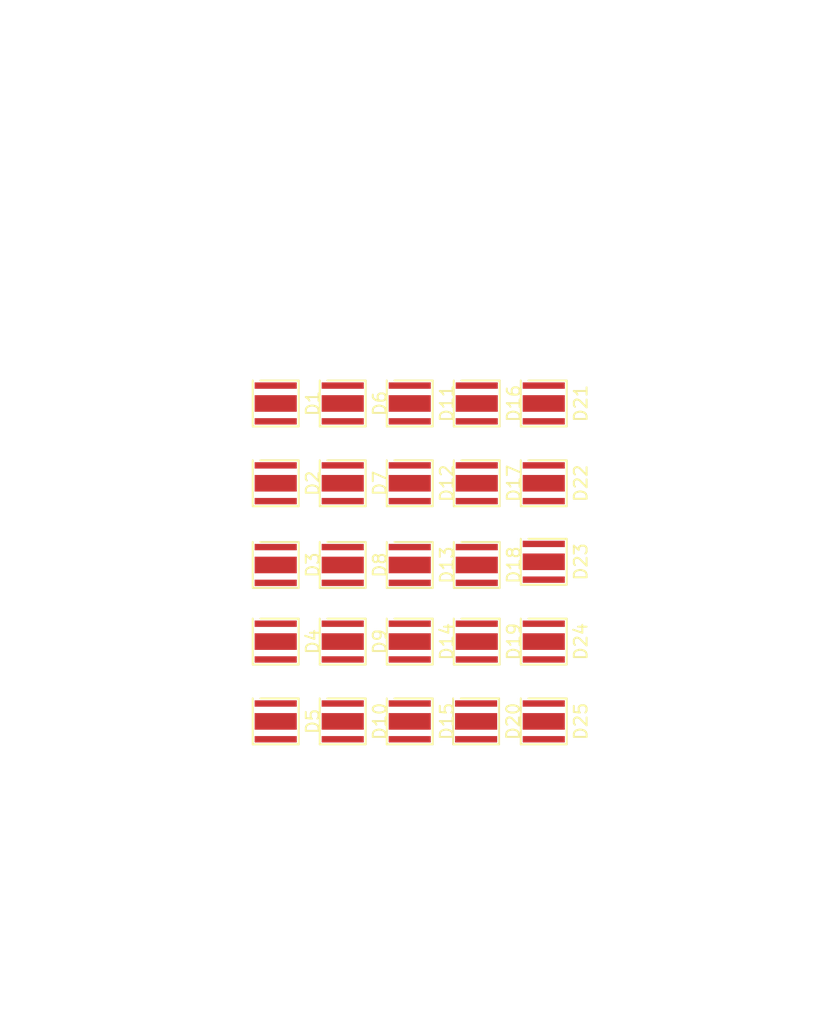
<source format=kicad_pcb>
(kicad_pcb (version 4) (host pcbnew 4.0.2+dfsg1-stable)

  (general
    (links 24)
    (no_connects 24)
    (area 0 0 0 0)
    (thickness 1.6)
    (drawings 4)
    (tracks 0)
    (zones 0)
    (modules 25)
    (nets 27)
  )

  (page A4)
  (layers
    (0 F.Cu signal)
    (31 B.Cu signal)
    (32 B.Adhes user)
    (33 F.Adhes user)
    (34 B.Paste user)
    (35 F.Paste user)
    (36 B.SilkS user)
    (37 F.SilkS user)
    (38 B.Mask user)
    (39 F.Mask user)
    (40 Dwgs.User user)
    (41 Cmts.User user)
    (42 Eco1.User user)
    (43 Eco2.User user)
    (44 Edge.Cuts user)
    (45 Margin user)
    (46 B.CrtYd user)
    (47 F.CrtYd user)
    (48 B.Fab user)
    (49 F.Fab user)
  )

  (setup
    (last_trace_width 1)
    (user_trace_width 0.5)
    (user_trace_width 1)
    (trace_clearance 0.2)
    (zone_clearance 0.508)
    (zone_45_only no)
    (trace_min 0.2)
    (segment_width 0.2)
    (edge_width 0.15)
    (via_size 0.6)
    (via_drill 0.4)
    (via_min_size 0.4)
    (via_min_drill 0.3)
    (uvia_size 0.3)
    (uvia_drill 0.1)
    (uvias_allowed no)
    (uvia_min_size 0.2)
    (uvia_min_drill 0.1)
    (pcb_text_width 0.3)
    (pcb_text_size 1.5 1.5)
    (mod_edge_width 0.15)
    (mod_text_size 1 1)
    (mod_text_width 0.15)
    (pad_size 1.524 1.524)
    (pad_drill 0.762)
    (pad_to_mask_clearance 0.2)
    (aux_axis_origin 0 0)
    (visible_elements FFFFFF7F)
    (pcbplotparams
      (layerselection 0x00030_80000001)
      (usegerberextensions false)
      (excludeedgelayer true)
      (linewidth 0.100000)
      (plotframeref false)
      (viasonmask false)
      (mode 1)
      (useauxorigin false)
      (hpglpennumber 1)
      (hpglpenspeed 20)
      (hpglpendiameter 15)
      (hpglpenoverlay 2)
      (psnegative false)
      (psa4output false)
      (plotreference true)
      (plotvalue true)
      (plotinvisibletext false)
      (padsonsilk false)
      (subtractmaskfromsilk false)
      (outputformat 1)
      (mirror false)
      (drillshape 1)
      (scaleselection 1)
      (outputdirectory ""))
  )

  (net 0 "")
  (net 1 "Net-(D1-Pad2)")
  (net 2 "Net-(D1-Pad1)")
  (net 3 "Net-(D2-Pad1)")
  (net 4 "Net-(D3-Pad1)")
  (net 5 GND)
  (net 6 "Net-(D6-Pad1)")
  (net 7 "Net-(D7-Pad1)")
  (net 8 "Net-(D10-Pad2)")
  (net 9 "Net-(D11-Pad1)")
  (net 10 "Net-(D13-Pad1)")
  (net 11 "Net-(D14-Pad1)")
  (net 12 "Net-(D17-Pad1)")
  (net 13 "Net-(D18-Pad1)")
  (net 14 "Net-(D19-Pad1)")
  (net 15 "Net-(D4-Pad1)")
  (net 16 "Net-(D6-Pad2)")
  (net 17 "Net-(D8-Pad1)")
  (net 18 "Net-(D11-Pad2)")
  (net 19 "Net-(D12-Pad1)")
  (net 20 "Net-(D16-Pad2)")
  (net 21 "Net-(D16-Pad1)")
  (net 22 "Net-(D21-Pad2)")
  (net 23 "Net-(D21-Pad1)")
  (net 24 "Net-(D22-Pad1)")
  (net 25 "Net-(D23-Pad1)")
  (net 26 "Net-(D24-Pad1)")

  (net_class Default "This is the default net class."
    (clearance 0.2)
    (trace_width 0.25)
    (via_dia 0.6)
    (via_drill 0.4)
    (uvia_dia 0.3)
    (uvia_drill 0.1)
    (add_net GND)
    (add_net "Net-(D1-Pad1)")
    (add_net "Net-(D1-Pad2)")
    (add_net "Net-(D10-Pad2)")
    (add_net "Net-(D11-Pad1)")
    (add_net "Net-(D11-Pad2)")
    (add_net "Net-(D12-Pad1)")
    (add_net "Net-(D13-Pad1)")
    (add_net "Net-(D14-Pad1)")
    (add_net "Net-(D16-Pad1)")
    (add_net "Net-(D16-Pad2)")
    (add_net "Net-(D17-Pad1)")
    (add_net "Net-(D18-Pad1)")
    (add_net "Net-(D19-Pad1)")
    (add_net "Net-(D2-Pad1)")
    (add_net "Net-(D21-Pad1)")
    (add_net "Net-(D21-Pad2)")
    (add_net "Net-(D22-Pad1)")
    (add_net "Net-(D23-Pad1)")
    (add_net "Net-(D24-Pad1)")
    (add_net "Net-(D3-Pad1)")
    (add_net "Net-(D4-Pad1)")
    (add_net "Net-(D6-Pad1)")
    (add_net "Net-(D6-Pad2)")
    (add_net "Net-(D7-Pad1)")
    (add_net "Net-(D8-Pad1)")
  )

  (module LEDs:LED-XP-G_CREE (layer F.Cu) (tedit 5595825C) (tstamp 5BF1DA80)
    (at 21.5 31.5 90)
    (descr http://www.cree.com/~/media/Files/Cree/LED%20Components%20and%20Modules/XLamp/Data%20and%20Binning/XLampXPG.pdf)
    (tags "LED XP-G CREE")
    (path /5BF201F2)
    (attr smd)
    (fp_text reference D1 (at 0 2.9 90) (layer F.SilkS)
      (effects (font (size 1 1) (thickness 0.15)))
    )
    (fp_text value "royal blue" (at 0 -2.9 90) (layer F.Fab)
      (effects (font (size 1 1) (thickness 0.15)))
    )
    (fp_line (start -2.15 -2.15) (end 2.15 -2.15) (layer F.CrtYd) (width 0.05))
    (fp_line (start 2.15 -2.15) (end 2.15 2.15) (layer F.CrtYd) (width 0.05))
    (fp_line (start 2.15 2.15) (end -2.15 2.15) (layer F.CrtYd) (width 0.05))
    (fp_line (start -2.15 2.15) (end -2.15 -2.15) (layer F.CrtYd) (width 0.05))
    (fp_line (start -1.8 -1.8) (end 1.8 -1.8) (layer F.SilkS) (width 0.15))
    (fp_line (start 1.8 -1.2) (end 1.8 1.8) (layer F.SilkS) (width 0.15))
    (fp_line (start 1.8 1.8) (end -1.8 1.8) (layer F.SilkS) (width 0.15))
    (fp_line (start -1.8 1.8) (end -1.8 -1.8) (layer F.SilkS) (width 0.15))
    (pad 2 smd rect (at 1.4 0 90) (size 0.5 3.3) (layers F.Cu F.Paste F.Mask)
      (net 1 "Net-(D1-Pad2)"))
    (pad 1 smd rect (at -1.4 0 90) (size 0.5 3.3) (layers F.Cu F.Paste F.Mask)
      (net 2 "Net-(D1-Pad1)"))
    (pad 3 smd rect (at 0 0 90) (size 1.3 3.3) (layers F.Cu F.Paste F.Mask))
    (model LEDs.3dshapes/LED-XP-G_CREE.wrl
      (at (xyz 0 0 0))
      (scale (xyz 1 1 1))
      (rotate (xyz 0 0 0))
    )
  )

  (module LEDs:LED-XP-G_CREE (layer F.Cu) (tedit 5595825C) (tstamp 5BF1DA8F)
    (at 21.5 37.75 90)
    (descr http://www.cree.com/~/media/Files/Cree/LED%20Components%20and%20Modules/XLamp/Data%20and%20Binning/XLampXPG.pdf)
    (tags "LED XP-G CREE")
    (path /5BF1E84F)
    (attr smd)
    (fp_text reference D2 (at 0 2.9 90) (layer F.SilkS)
      (effects (font (size 1 1) (thickness 0.15)))
    )
    (fp_text value "royal blue" (at 0 -2.9 90) (layer F.Fab)
      (effects (font (size 1 1) (thickness 0.15)))
    )
    (fp_line (start -2.15 -2.15) (end 2.15 -2.15) (layer F.CrtYd) (width 0.05))
    (fp_line (start 2.15 -2.15) (end 2.15 2.15) (layer F.CrtYd) (width 0.05))
    (fp_line (start 2.15 2.15) (end -2.15 2.15) (layer F.CrtYd) (width 0.05))
    (fp_line (start -2.15 2.15) (end -2.15 -2.15) (layer F.CrtYd) (width 0.05))
    (fp_line (start -1.8 -1.8) (end 1.8 -1.8) (layer F.SilkS) (width 0.15))
    (fp_line (start 1.8 -1.2) (end 1.8 1.8) (layer F.SilkS) (width 0.15))
    (fp_line (start 1.8 1.8) (end -1.8 1.8) (layer F.SilkS) (width 0.15))
    (fp_line (start -1.8 1.8) (end -1.8 -1.8) (layer F.SilkS) (width 0.15))
    (pad 2 smd rect (at 1.4 0 90) (size 0.5 3.3) (layers F.Cu F.Paste F.Mask)
      (net 2 "Net-(D1-Pad1)"))
    (pad 1 smd rect (at -1.4 0 90) (size 0.5 3.3) (layers F.Cu F.Paste F.Mask)
      (net 3 "Net-(D2-Pad1)"))
    (pad 3 smd rect (at 0 0 90) (size 1.3 3.3) (layers F.Cu F.Paste F.Mask))
    (model LEDs.3dshapes/LED-XP-G_CREE.wrl
      (at (xyz 0 0 0))
      (scale (xyz 1 1 1))
      (rotate (xyz 0 0 0))
    )
  )

  (module LEDs:LED-XP-G_CREE (layer F.Cu) (tedit 5595825C) (tstamp 5BF1DA9E)
    (at 21.5 44.15 90)
    (descr http://www.cree.com/~/media/Files/Cree/LED%20Components%20and%20Modules/XLamp/Data%20and%20Binning/XLampXPG.pdf)
    (tags "LED XP-G CREE")
    (path /5BF1FA99)
    (attr smd)
    (fp_text reference D3 (at 0 2.9 90) (layer F.SilkS)
      (effects (font (size 1 1) (thickness 0.15)))
    )
    (fp_text value "royal blue" (at 0 -2.9 90) (layer F.Fab)
      (effects (font (size 1 1) (thickness 0.15)))
    )
    (fp_line (start -2.15 -2.15) (end 2.15 -2.15) (layer F.CrtYd) (width 0.05))
    (fp_line (start 2.15 -2.15) (end 2.15 2.15) (layer F.CrtYd) (width 0.05))
    (fp_line (start 2.15 2.15) (end -2.15 2.15) (layer F.CrtYd) (width 0.05))
    (fp_line (start -2.15 2.15) (end -2.15 -2.15) (layer F.CrtYd) (width 0.05))
    (fp_line (start -1.8 -1.8) (end 1.8 -1.8) (layer F.SilkS) (width 0.15))
    (fp_line (start 1.8 -1.2) (end 1.8 1.8) (layer F.SilkS) (width 0.15))
    (fp_line (start 1.8 1.8) (end -1.8 1.8) (layer F.SilkS) (width 0.15))
    (fp_line (start -1.8 1.8) (end -1.8 -1.8) (layer F.SilkS) (width 0.15))
    (pad 2 smd rect (at 1.4 0 90) (size 0.5 3.3) (layers F.Cu F.Paste F.Mask)
      (net 3 "Net-(D2-Pad1)"))
    (pad 1 smd rect (at -1.4 0 90) (size 0.5 3.3) (layers F.Cu F.Paste F.Mask)
      (net 4 "Net-(D3-Pad1)"))
    (pad 3 smd rect (at 0 0 90) (size 1.3 3.3) (layers F.Cu F.Paste F.Mask))
    (model LEDs.3dshapes/LED-XP-G_CREE.wrl
      (at (xyz 0 0 0))
      (scale (xyz 1 1 1))
      (rotate (xyz 0 0 0))
    )
  )

  (module LEDs:LED-XP-G_CREE (layer F.Cu) (tedit 5595825C) (tstamp 5BF1DAAD)
    (at 21.5 50.15 90)
    (descr http://www.cree.com/~/media/Files/Cree/LED%20Components%20and%20Modules/XLamp/Data%20and%20Binning/XLampXPG.pdf)
    (tags "LED XP-G CREE")
    (path /5BF1FDF0)
    (attr smd)
    (fp_text reference D4 (at 0 2.9 90) (layer F.SilkS)
      (effects (font (size 1 1) (thickness 0.15)))
    )
    (fp_text value "royal blue" (at 0 -2.9 90) (layer F.Fab)
      (effects (font (size 1 1) (thickness 0.15)))
    )
    (fp_line (start -2.15 -2.15) (end 2.15 -2.15) (layer F.CrtYd) (width 0.05))
    (fp_line (start 2.15 -2.15) (end 2.15 2.15) (layer F.CrtYd) (width 0.05))
    (fp_line (start 2.15 2.15) (end -2.15 2.15) (layer F.CrtYd) (width 0.05))
    (fp_line (start -2.15 2.15) (end -2.15 -2.15) (layer F.CrtYd) (width 0.05))
    (fp_line (start -1.8 -1.8) (end 1.8 -1.8) (layer F.SilkS) (width 0.15))
    (fp_line (start 1.8 -1.2) (end 1.8 1.8) (layer F.SilkS) (width 0.15))
    (fp_line (start 1.8 1.8) (end -1.8 1.8) (layer F.SilkS) (width 0.15))
    (fp_line (start -1.8 1.8) (end -1.8 -1.8) (layer F.SilkS) (width 0.15))
    (pad 2 smd rect (at 1.4 0 90) (size 0.5 3.3) (layers F.Cu F.Paste F.Mask)
      (net 4 "Net-(D3-Pad1)"))
    (pad 1 smd rect (at -1.4 0 90) (size 0.5 3.3) (layers F.Cu F.Paste F.Mask)
      (net 15 "Net-(D4-Pad1)"))
    (pad 3 smd rect (at 0 0 90) (size 1.3 3.3) (layers F.Cu F.Paste F.Mask))
    (model LEDs.3dshapes/LED-XP-G_CREE.wrl
      (at (xyz 0 0 0))
      (scale (xyz 1 1 1))
      (rotate (xyz 0 0 0))
    )
  )

  (module LEDs:LED-XP-G_CREE (layer F.Cu) (tedit 5595825C) (tstamp 5BF1DABC)
    (at 21.5 56.4 90)
    (descr http://www.cree.com/~/media/Files/Cree/LED%20Components%20and%20Modules/XLamp/Data%20and%20Binning/XLampXPG.pdf)
    (tags "LED XP-G CREE")
    (path /5BF1FE13)
    (attr smd)
    (fp_text reference D5 (at 0 2.9 90) (layer F.SilkS)
      (effects (font (size 1 1) (thickness 0.15)))
    )
    (fp_text value "royal blue" (at 0 -2.9 90) (layer F.Fab)
      (effects (font (size 1 1) (thickness 0.15)))
    )
    (fp_line (start -2.15 -2.15) (end 2.15 -2.15) (layer F.CrtYd) (width 0.05))
    (fp_line (start 2.15 -2.15) (end 2.15 2.15) (layer F.CrtYd) (width 0.05))
    (fp_line (start 2.15 2.15) (end -2.15 2.15) (layer F.CrtYd) (width 0.05))
    (fp_line (start -2.15 2.15) (end -2.15 -2.15) (layer F.CrtYd) (width 0.05))
    (fp_line (start -1.8 -1.8) (end 1.8 -1.8) (layer F.SilkS) (width 0.15))
    (fp_line (start 1.8 -1.2) (end 1.8 1.8) (layer F.SilkS) (width 0.15))
    (fp_line (start 1.8 1.8) (end -1.8 1.8) (layer F.SilkS) (width 0.15))
    (fp_line (start -1.8 1.8) (end -1.8 -1.8) (layer F.SilkS) (width 0.15))
    (pad 2 smd rect (at 1.4 0 90) (size 0.5 3.3) (layers F.Cu F.Paste F.Mask)
      (net 15 "Net-(D4-Pad1)"))
    (pad 1 smd rect (at -1.4 0 90) (size 0.5 3.3) (layers F.Cu F.Paste F.Mask)
      (net 5 GND))
    (pad 3 smd rect (at 0 0 90) (size 1.3 3.3) (layers F.Cu F.Paste F.Mask))
    (model LEDs.3dshapes/LED-XP-G_CREE.wrl
      (at (xyz 0 0 0))
      (scale (xyz 1 1 1))
      (rotate (xyz 0 0 0))
    )
  )

  (module LEDs:LED-XP-G_CREE (layer F.Cu) (tedit 5595825C) (tstamp 5BF1DACB)
    (at 26.75 31.5 90)
    (descr http://www.cree.com/~/media/Files/Cree/LED%20Components%20and%20Modules/XLamp/Data%20and%20Binning/XLampXPG.pdf)
    (tags "LED XP-G CREE")
    (path /5BF201F8)
    (attr smd)
    (fp_text reference D6 (at 0 2.9 90) (layer F.SilkS)
      (effects (font (size 1 1) (thickness 0.15)))
    )
    (fp_text value "royal blue" (at 0 -2.9 90) (layer F.Fab)
      (effects (font (size 1 1) (thickness 0.15)))
    )
    (fp_line (start -2.15 -2.15) (end 2.15 -2.15) (layer F.CrtYd) (width 0.05))
    (fp_line (start 2.15 -2.15) (end 2.15 2.15) (layer F.CrtYd) (width 0.05))
    (fp_line (start 2.15 2.15) (end -2.15 2.15) (layer F.CrtYd) (width 0.05))
    (fp_line (start -2.15 2.15) (end -2.15 -2.15) (layer F.CrtYd) (width 0.05))
    (fp_line (start -1.8 -1.8) (end 1.8 -1.8) (layer F.SilkS) (width 0.15))
    (fp_line (start 1.8 -1.2) (end 1.8 1.8) (layer F.SilkS) (width 0.15))
    (fp_line (start 1.8 1.8) (end -1.8 1.8) (layer F.SilkS) (width 0.15))
    (fp_line (start -1.8 1.8) (end -1.8 -1.8) (layer F.SilkS) (width 0.15))
    (pad 2 smd rect (at 1.4 0 90) (size 0.5 3.3) (layers F.Cu F.Paste F.Mask)
      (net 16 "Net-(D6-Pad2)"))
    (pad 1 smd rect (at -1.4 0 90) (size 0.5 3.3) (layers F.Cu F.Paste F.Mask)
      (net 6 "Net-(D6-Pad1)"))
    (pad 3 smd rect (at 0 0 90) (size 1.3 3.3) (layers F.Cu F.Paste F.Mask))
    (model LEDs.3dshapes/LED-XP-G_CREE.wrl
      (at (xyz 0 0 0))
      (scale (xyz 1 1 1))
      (rotate (xyz 0 0 0))
    )
  )

  (module LEDs:LED-XP-G_CREE (layer F.Cu) (tedit 5595825C) (tstamp 5BF1DADA)
    (at 26.75 37.75 90)
    (descr http://www.cree.com/~/media/Files/Cree/LED%20Components%20and%20Modules/XLamp/Data%20and%20Binning/XLampXPG.pdf)
    (tags "LED XP-G CREE")
    (path /5BF1F172)
    (attr smd)
    (fp_text reference D7 (at 0 2.9 90) (layer F.SilkS)
      (effects (font (size 1 1) (thickness 0.15)))
    )
    (fp_text value "royal blue" (at 0 -2.9 90) (layer F.Fab)
      (effects (font (size 1 1) (thickness 0.15)))
    )
    (fp_line (start -2.15 -2.15) (end 2.15 -2.15) (layer F.CrtYd) (width 0.05))
    (fp_line (start 2.15 -2.15) (end 2.15 2.15) (layer F.CrtYd) (width 0.05))
    (fp_line (start 2.15 2.15) (end -2.15 2.15) (layer F.CrtYd) (width 0.05))
    (fp_line (start -2.15 2.15) (end -2.15 -2.15) (layer F.CrtYd) (width 0.05))
    (fp_line (start -1.8 -1.8) (end 1.8 -1.8) (layer F.SilkS) (width 0.15))
    (fp_line (start 1.8 -1.2) (end 1.8 1.8) (layer F.SilkS) (width 0.15))
    (fp_line (start 1.8 1.8) (end -1.8 1.8) (layer F.SilkS) (width 0.15))
    (fp_line (start -1.8 1.8) (end -1.8 -1.8) (layer F.SilkS) (width 0.15))
    (pad 2 smd rect (at 1.4 0 90) (size 0.5 3.3) (layers F.Cu F.Paste F.Mask)
      (net 6 "Net-(D6-Pad1)"))
    (pad 1 smd rect (at -1.4 0 90) (size 0.5 3.3) (layers F.Cu F.Paste F.Mask)
      (net 7 "Net-(D7-Pad1)"))
    (pad 3 smd rect (at 0 0 90) (size 1.3 3.3) (layers F.Cu F.Paste F.Mask))
    (model LEDs.3dshapes/LED-XP-G_CREE.wrl
      (at (xyz 0 0 0))
      (scale (xyz 1 1 1))
      (rotate (xyz 0 0 0))
    )
  )

  (module LEDs:LED-XP-G_CREE (layer F.Cu) (tedit 5595825C) (tstamp 5BF1DAE9)
    (at 26.75 44.15 90)
    (descr http://www.cree.com/~/media/Files/Cree/LED%20Components%20and%20Modules/XLamp/Data%20and%20Binning/XLampXPG.pdf)
    (tags "LED XP-G CREE")
    (path /5BF1FA9F)
    (attr smd)
    (fp_text reference D8 (at 0 2.9 90) (layer F.SilkS)
      (effects (font (size 1 1) (thickness 0.15)))
    )
    (fp_text value "royal blue" (at 0 -2.9 90) (layer F.Fab)
      (effects (font (size 1 1) (thickness 0.15)))
    )
    (fp_line (start -2.15 -2.15) (end 2.15 -2.15) (layer F.CrtYd) (width 0.05))
    (fp_line (start 2.15 -2.15) (end 2.15 2.15) (layer F.CrtYd) (width 0.05))
    (fp_line (start 2.15 2.15) (end -2.15 2.15) (layer F.CrtYd) (width 0.05))
    (fp_line (start -2.15 2.15) (end -2.15 -2.15) (layer F.CrtYd) (width 0.05))
    (fp_line (start -1.8 -1.8) (end 1.8 -1.8) (layer F.SilkS) (width 0.15))
    (fp_line (start 1.8 -1.2) (end 1.8 1.8) (layer F.SilkS) (width 0.15))
    (fp_line (start 1.8 1.8) (end -1.8 1.8) (layer F.SilkS) (width 0.15))
    (fp_line (start -1.8 1.8) (end -1.8 -1.8) (layer F.SilkS) (width 0.15))
    (pad 2 smd rect (at 1.4 0 90) (size 0.5 3.3) (layers F.Cu F.Paste F.Mask)
      (net 7 "Net-(D7-Pad1)"))
    (pad 1 smd rect (at -1.4 0 90) (size 0.5 3.3) (layers F.Cu F.Paste F.Mask)
      (net 17 "Net-(D8-Pad1)"))
    (pad 3 smd rect (at 0 0 90) (size 1.3 3.3) (layers F.Cu F.Paste F.Mask))
    (model LEDs.3dshapes/LED-XP-G_CREE.wrl
      (at (xyz 0 0 0))
      (scale (xyz 1 1 1))
      (rotate (xyz 0 0 0))
    )
  )

  (module LEDs:LED-XP-G_CREE (layer F.Cu) (tedit 5595825C) (tstamp 5BF1DAF8)
    (at 26.75 50.15 90)
    (descr http://www.cree.com/~/media/Files/Cree/LED%20Components%20and%20Modules/XLamp/Data%20and%20Binning/XLampXPG.pdf)
    (tags "LED XP-G CREE")
    (path /5BF1FDF6)
    (attr smd)
    (fp_text reference D9 (at 0 2.9 90) (layer F.SilkS)
      (effects (font (size 1 1) (thickness 0.15)))
    )
    (fp_text value "royal blue" (at 0 -2.9 90) (layer F.Fab)
      (effects (font (size 1 1) (thickness 0.15)))
    )
    (fp_line (start -2.15 -2.15) (end 2.15 -2.15) (layer F.CrtYd) (width 0.05))
    (fp_line (start 2.15 -2.15) (end 2.15 2.15) (layer F.CrtYd) (width 0.05))
    (fp_line (start 2.15 2.15) (end -2.15 2.15) (layer F.CrtYd) (width 0.05))
    (fp_line (start -2.15 2.15) (end -2.15 -2.15) (layer F.CrtYd) (width 0.05))
    (fp_line (start -1.8 -1.8) (end 1.8 -1.8) (layer F.SilkS) (width 0.15))
    (fp_line (start 1.8 -1.2) (end 1.8 1.8) (layer F.SilkS) (width 0.15))
    (fp_line (start 1.8 1.8) (end -1.8 1.8) (layer F.SilkS) (width 0.15))
    (fp_line (start -1.8 1.8) (end -1.8 -1.8) (layer F.SilkS) (width 0.15))
    (pad 2 smd rect (at 1.4 0 90) (size 0.5 3.3) (layers F.Cu F.Paste F.Mask)
      (net 17 "Net-(D8-Pad1)"))
    (pad 1 smd rect (at -1.4 0 90) (size 0.5 3.3) (layers F.Cu F.Paste F.Mask)
      (net 8 "Net-(D10-Pad2)"))
    (pad 3 smd rect (at 0 0 90) (size 1.3 3.3) (layers F.Cu F.Paste F.Mask))
    (model LEDs.3dshapes/LED-XP-G_CREE.wrl
      (at (xyz 0 0 0))
      (scale (xyz 1 1 1))
      (rotate (xyz 0 0 0))
    )
  )

  (module LEDs:LED-XP-G_CREE (layer F.Cu) (tedit 5595825C) (tstamp 5BF1DB07)
    (at 26.75 56.4 90)
    (descr http://www.cree.com/~/media/Files/Cree/LED%20Components%20and%20Modules/XLamp/Data%20and%20Binning/XLampXPG.pdf)
    (tags "LED XP-G CREE")
    (path /5BF1FE19)
    (attr smd)
    (fp_text reference D10 (at 0 2.9 90) (layer F.SilkS)
      (effects (font (size 1 1) (thickness 0.15)))
    )
    (fp_text value "royal blue" (at 0 -2.9 90) (layer F.Fab)
      (effects (font (size 1 1) (thickness 0.15)))
    )
    (fp_line (start -2.15 -2.15) (end 2.15 -2.15) (layer F.CrtYd) (width 0.05))
    (fp_line (start 2.15 -2.15) (end 2.15 2.15) (layer F.CrtYd) (width 0.05))
    (fp_line (start 2.15 2.15) (end -2.15 2.15) (layer F.CrtYd) (width 0.05))
    (fp_line (start -2.15 2.15) (end -2.15 -2.15) (layer F.CrtYd) (width 0.05))
    (fp_line (start -1.8 -1.8) (end 1.8 -1.8) (layer F.SilkS) (width 0.15))
    (fp_line (start 1.8 -1.2) (end 1.8 1.8) (layer F.SilkS) (width 0.15))
    (fp_line (start 1.8 1.8) (end -1.8 1.8) (layer F.SilkS) (width 0.15))
    (fp_line (start -1.8 1.8) (end -1.8 -1.8) (layer F.SilkS) (width 0.15))
    (pad 2 smd rect (at 1.4 0 90) (size 0.5 3.3) (layers F.Cu F.Paste F.Mask)
      (net 8 "Net-(D10-Pad2)"))
    (pad 1 smd rect (at -1.4 0 90) (size 0.5 3.3) (layers F.Cu F.Paste F.Mask)
      (net 5 GND))
    (pad 3 smd rect (at 0 0 90) (size 1.3 3.3) (layers F.Cu F.Paste F.Mask))
    (model LEDs.3dshapes/LED-XP-G_CREE.wrl
      (at (xyz 0 0 0))
      (scale (xyz 1 1 1))
      (rotate (xyz 0 0 0))
    )
  )

  (module LEDs:LED-XP-G_CREE (layer F.Cu) (tedit 5595825C) (tstamp 5BF1DB16)
    (at 32 31.5 90)
    (descr http://www.cree.com/~/media/Files/Cree/LED%20Components%20and%20Modules/XLamp/Data%20and%20Binning/XLampXPG.pdf)
    (tags "LED XP-G CREE")
    (path /5BF201E6)
    (attr smd)
    (fp_text reference D11 (at 0 2.9 90) (layer F.SilkS)
      (effects (font (size 1 1) (thickness 0.15)))
    )
    (fp_text value blue (at 0 -2.9 90) (layer F.Fab)
      (effects (font (size 1 1) (thickness 0.15)))
    )
    (fp_line (start -2.15 -2.15) (end 2.15 -2.15) (layer F.CrtYd) (width 0.05))
    (fp_line (start 2.15 -2.15) (end 2.15 2.15) (layer F.CrtYd) (width 0.05))
    (fp_line (start 2.15 2.15) (end -2.15 2.15) (layer F.CrtYd) (width 0.05))
    (fp_line (start -2.15 2.15) (end -2.15 -2.15) (layer F.CrtYd) (width 0.05))
    (fp_line (start -1.8 -1.8) (end 1.8 -1.8) (layer F.SilkS) (width 0.15))
    (fp_line (start 1.8 -1.2) (end 1.8 1.8) (layer F.SilkS) (width 0.15))
    (fp_line (start 1.8 1.8) (end -1.8 1.8) (layer F.SilkS) (width 0.15))
    (fp_line (start -1.8 1.8) (end -1.8 -1.8) (layer F.SilkS) (width 0.15))
    (pad 2 smd rect (at 1.4 0 90) (size 0.5 3.3) (layers F.Cu F.Paste F.Mask)
      (net 18 "Net-(D11-Pad2)"))
    (pad 1 smd rect (at -1.4 0 90) (size 0.5 3.3) (layers F.Cu F.Paste F.Mask)
      (net 9 "Net-(D11-Pad1)"))
    (pad 3 smd rect (at 0 0 90) (size 1.3 3.3) (layers F.Cu F.Paste F.Mask))
    (model LEDs.3dshapes/LED-XP-G_CREE.wrl
      (at (xyz 0 0 0))
      (scale (xyz 1 1 1))
      (rotate (xyz 0 0 0))
    )
  )

  (module LEDs:LED-XP-G_CREE (layer F.Cu) (tedit 5595825C) (tstamp 5BF1DB25)
    (at 32 37.75 90)
    (descr http://www.cree.com/~/media/Files/Cree/LED%20Components%20and%20Modules/XLamp/Data%20and%20Binning/XLampXPG.pdf)
    (tags "LED XP-G CREE")
    (path /5BF1CC7F)
    (attr smd)
    (fp_text reference D12 (at 0 2.9 90) (layer F.SilkS)
      (effects (font (size 1 1) (thickness 0.15)))
    )
    (fp_text value blue (at 0 -2.9 90) (layer F.Fab)
      (effects (font (size 1 1) (thickness 0.15)))
    )
    (fp_line (start -2.15 -2.15) (end 2.15 -2.15) (layer F.CrtYd) (width 0.05))
    (fp_line (start 2.15 -2.15) (end 2.15 2.15) (layer F.CrtYd) (width 0.05))
    (fp_line (start 2.15 2.15) (end -2.15 2.15) (layer F.CrtYd) (width 0.05))
    (fp_line (start -2.15 2.15) (end -2.15 -2.15) (layer F.CrtYd) (width 0.05))
    (fp_line (start -1.8 -1.8) (end 1.8 -1.8) (layer F.SilkS) (width 0.15))
    (fp_line (start 1.8 -1.2) (end 1.8 1.8) (layer F.SilkS) (width 0.15))
    (fp_line (start 1.8 1.8) (end -1.8 1.8) (layer F.SilkS) (width 0.15))
    (fp_line (start -1.8 1.8) (end -1.8 -1.8) (layer F.SilkS) (width 0.15))
    (pad 2 smd rect (at 1.4 0 90) (size 0.5 3.3) (layers F.Cu F.Paste F.Mask)
      (net 9 "Net-(D11-Pad1)"))
    (pad 1 smd rect (at -1.4 0 90) (size 0.5 3.3) (layers F.Cu F.Paste F.Mask)
      (net 19 "Net-(D12-Pad1)"))
    (pad 3 smd rect (at 0 0 90) (size 1.3 3.3) (layers F.Cu F.Paste F.Mask))
    (model LEDs.3dshapes/LED-XP-G_CREE.wrl
      (at (xyz 0 0 0))
      (scale (xyz 1 1 1))
      (rotate (xyz 0 0 0))
    )
  )

  (module LEDs:LED-XP-G_CREE (layer F.Cu) (tedit 5595825C) (tstamp 5BF1DB34)
    (at 32 44.15 90)
    (descr http://www.cree.com/~/media/Files/Cree/LED%20Components%20and%20Modules/XLamp/Data%20and%20Binning/XLampXPG.pdf)
    (tags "LED XP-G CREE")
    (path /5BF1FA8D)
    (attr smd)
    (fp_text reference D13 (at 0 2.9 90) (layer F.SilkS)
      (effects (font (size 1 1) (thickness 0.15)))
    )
    (fp_text value blue (at 0 -2.9 90) (layer F.Fab)
      (effects (font (size 1 1) (thickness 0.15)))
    )
    (fp_line (start -2.15 -2.15) (end 2.15 -2.15) (layer F.CrtYd) (width 0.05))
    (fp_line (start 2.15 -2.15) (end 2.15 2.15) (layer F.CrtYd) (width 0.05))
    (fp_line (start 2.15 2.15) (end -2.15 2.15) (layer F.CrtYd) (width 0.05))
    (fp_line (start -2.15 2.15) (end -2.15 -2.15) (layer F.CrtYd) (width 0.05))
    (fp_line (start -1.8 -1.8) (end 1.8 -1.8) (layer F.SilkS) (width 0.15))
    (fp_line (start 1.8 -1.2) (end 1.8 1.8) (layer F.SilkS) (width 0.15))
    (fp_line (start 1.8 1.8) (end -1.8 1.8) (layer F.SilkS) (width 0.15))
    (fp_line (start -1.8 1.8) (end -1.8 -1.8) (layer F.SilkS) (width 0.15))
    (pad 2 smd rect (at 1.4 0 90) (size 0.5 3.3) (layers F.Cu F.Paste F.Mask)
      (net 19 "Net-(D12-Pad1)"))
    (pad 1 smd rect (at -1.4 0 90) (size 0.5 3.3) (layers F.Cu F.Paste F.Mask)
      (net 10 "Net-(D13-Pad1)"))
    (pad 3 smd rect (at 0 0 90) (size 1.3 3.3) (layers F.Cu F.Paste F.Mask))
    (model LEDs.3dshapes/LED-XP-G_CREE.wrl
      (at (xyz 0 0 0))
      (scale (xyz 1 1 1))
      (rotate (xyz 0 0 0))
    )
  )

  (module LEDs:LED-XP-G_CREE (layer F.Cu) (tedit 5595825C) (tstamp 5BF1DB43)
    (at 32 50.15 90)
    (descr http://www.cree.com/~/media/Files/Cree/LED%20Components%20and%20Modules/XLamp/Data%20and%20Binning/XLampXPG.pdf)
    (tags "LED XP-G CREE")
    (path /5BF1FDE4)
    (attr smd)
    (fp_text reference D14 (at 0 2.9 90) (layer F.SilkS)
      (effects (font (size 1 1) (thickness 0.15)))
    )
    (fp_text value blue (at 0 -2.9 90) (layer F.Fab)
      (effects (font (size 1 1) (thickness 0.15)))
    )
    (fp_line (start -2.15 -2.15) (end 2.15 -2.15) (layer F.CrtYd) (width 0.05))
    (fp_line (start 2.15 -2.15) (end 2.15 2.15) (layer F.CrtYd) (width 0.05))
    (fp_line (start 2.15 2.15) (end -2.15 2.15) (layer F.CrtYd) (width 0.05))
    (fp_line (start -2.15 2.15) (end -2.15 -2.15) (layer F.CrtYd) (width 0.05))
    (fp_line (start -1.8 -1.8) (end 1.8 -1.8) (layer F.SilkS) (width 0.15))
    (fp_line (start 1.8 -1.2) (end 1.8 1.8) (layer F.SilkS) (width 0.15))
    (fp_line (start 1.8 1.8) (end -1.8 1.8) (layer F.SilkS) (width 0.15))
    (fp_line (start -1.8 1.8) (end -1.8 -1.8) (layer F.SilkS) (width 0.15))
    (pad 2 smd rect (at 1.4 0 90) (size 0.5 3.3) (layers F.Cu F.Paste F.Mask)
      (net 10 "Net-(D13-Pad1)"))
    (pad 1 smd rect (at -1.4 0 90) (size 0.5 3.3) (layers F.Cu F.Paste F.Mask)
      (net 11 "Net-(D14-Pad1)"))
    (pad 3 smd rect (at 0 0 90) (size 1.3 3.3) (layers F.Cu F.Paste F.Mask))
    (model LEDs.3dshapes/LED-XP-G_CREE.wrl
      (at (xyz 0 0 0))
      (scale (xyz 1 1 1))
      (rotate (xyz 0 0 0))
    )
  )

  (module LEDs:LED-XP-G_CREE (layer F.Cu) (tedit 5595825C) (tstamp 5BF1DB52)
    (at 32 56.4 90)
    (descr http://www.cree.com/~/media/Files/Cree/LED%20Components%20and%20Modules/XLamp/Data%20and%20Binning/XLampXPG.pdf)
    (tags "LED XP-G CREE")
    (path /5BF1FE07)
    (attr smd)
    (fp_text reference D15 (at 0 2.9 90) (layer F.SilkS)
      (effects (font (size 1 1) (thickness 0.15)))
    )
    (fp_text value blue (at 0 -2.9 90) (layer F.Fab)
      (effects (font (size 1 1) (thickness 0.15)))
    )
    (fp_line (start -2.15 -2.15) (end 2.15 -2.15) (layer F.CrtYd) (width 0.05))
    (fp_line (start 2.15 -2.15) (end 2.15 2.15) (layer F.CrtYd) (width 0.05))
    (fp_line (start 2.15 2.15) (end -2.15 2.15) (layer F.CrtYd) (width 0.05))
    (fp_line (start -2.15 2.15) (end -2.15 -2.15) (layer F.CrtYd) (width 0.05))
    (fp_line (start -1.8 -1.8) (end 1.8 -1.8) (layer F.SilkS) (width 0.15))
    (fp_line (start 1.8 -1.2) (end 1.8 1.8) (layer F.SilkS) (width 0.15))
    (fp_line (start 1.8 1.8) (end -1.8 1.8) (layer F.SilkS) (width 0.15))
    (fp_line (start -1.8 1.8) (end -1.8 -1.8) (layer F.SilkS) (width 0.15))
    (pad 2 smd rect (at 1.4 0 90) (size 0.5 3.3) (layers F.Cu F.Paste F.Mask)
      (net 11 "Net-(D14-Pad1)"))
    (pad 1 smd rect (at -1.4 0 90) (size 0.5 3.3) (layers F.Cu F.Paste F.Mask)
      (net 5 GND))
    (pad 3 smd rect (at 0 0 90) (size 1.3 3.3) (layers F.Cu F.Paste F.Mask))
    (model LEDs.3dshapes/LED-XP-G_CREE.wrl
      (at (xyz 0 0 0))
      (scale (xyz 1 1 1))
      (rotate (xyz 0 0 0))
    )
  )

  (module LEDs:LED-XP-G_CREE (layer F.Cu) (tedit 5595825C) (tstamp 5BF1DB61)
    (at 37.25 31.5 90)
    (descr http://www.cree.com/~/media/Files/Cree/LED%20Components%20and%20Modules/XLamp/Data%20and%20Binning/XLampXPG.pdf)
    (tags "LED XP-G CREE")
    (path /5BF201E0)
    (attr smd)
    (fp_text reference D16 (at 0 2.9 90) (layer F.SilkS)
      (effects (font (size 1 1) (thickness 0.15)))
    )
    (fp_text value white (at 0 -2.9 90) (layer F.Fab)
      (effects (font (size 1 1) (thickness 0.15)))
    )
    (fp_line (start -2.15 -2.15) (end 2.15 -2.15) (layer F.CrtYd) (width 0.05))
    (fp_line (start 2.15 -2.15) (end 2.15 2.15) (layer F.CrtYd) (width 0.05))
    (fp_line (start 2.15 2.15) (end -2.15 2.15) (layer F.CrtYd) (width 0.05))
    (fp_line (start -2.15 2.15) (end -2.15 -2.15) (layer F.CrtYd) (width 0.05))
    (fp_line (start -1.8 -1.8) (end 1.8 -1.8) (layer F.SilkS) (width 0.15))
    (fp_line (start 1.8 -1.2) (end 1.8 1.8) (layer F.SilkS) (width 0.15))
    (fp_line (start 1.8 1.8) (end -1.8 1.8) (layer F.SilkS) (width 0.15))
    (fp_line (start -1.8 1.8) (end -1.8 -1.8) (layer F.SilkS) (width 0.15))
    (pad 2 smd rect (at 1.4 0 90) (size 0.5 3.3) (layers F.Cu F.Paste F.Mask)
      (net 20 "Net-(D16-Pad2)"))
    (pad 1 smd rect (at -1.4 0 90) (size 0.5 3.3) (layers F.Cu F.Paste F.Mask)
      (net 21 "Net-(D16-Pad1)"))
    (pad 3 smd rect (at 0 0 90) (size 1.3 3.3) (layers F.Cu F.Paste F.Mask))
    (model LEDs.3dshapes/LED-XP-G_CREE.wrl
      (at (xyz 0 0 0))
      (scale (xyz 1 1 1))
      (rotate (xyz 0 0 0))
    )
  )

  (module LEDs:LED-XP-G_CREE (layer F.Cu) (tedit 5595825C) (tstamp 5BF1DB70)
    (at 37.25 37.75 90)
    (descr http://www.cree.com/~/media/Files/Cree/LED%20Components%20and%20Modules/XLamp/Data%20and%20Binning/XLampXPG.pdf)
    (tags "LED XP-G CREE")
    (path /5BF1CC73)
    (attr smd)
    (fp_text reference D17 (at 0 2.9 90) (layer F.SilkS)
      (effects (font (size 1 1) (thickness 0.15)))
    )
    (fp_text value white (at 0 -2.9 90) (layer F.Fab)
      (effects (font (size 1 1) (thickness 0.15)))
    )
    (fp_line (start -2.15 -2.15) (end 2.15 -2.15) (layer F.CrtYd) (width 0.05))
    (fp_line (start 2.15 -2.15) (end 2.15 2.15) (layer F.CrtYd) (width 0.05))
    (fp_line (start 2.15 2.15) (end -2.15 2.15) (layer F.CrtYd) (width 0.05))
    (fp_line (start -2.15 2.15) (end -2.15 -2.15) (layer F.CrtYd) (width 0.05))
    (fp_line (start -1.8 -1.8) (end 1.8 -1.8) (layer F.SilkS) (width 0.15))
    (fp_line (start 1.8 -1.2) (end 1.8 1.8) (layer F.SilkS) (width 0.15))
    (fp_line (start 1.8 1.8) (end -1.8 1.8) (layer F.SilkS) (width 0.15))
    (fp_line (start -1.8 1.8) (end -1.8 -1.8) (layer F.SilkS) (width 0.15))
    (pad 2 smd rect (at 1.4 0 90) (size 0.5 3.3) (layers F.Cu F.Paste F.Mask)
      (net 21 "Net-(D16-Pad1)"))
    (pad 1 smd rect (at -1.4 0 90) (size 0.5 3.3) (layers F.Cu F.Paste F.Mask)
      (net 12 "Net-(D17-Pad1)"))
    (pad 3 smd rect (at 0 0 90) (size 1.3 3.3) (layers F.Cu F.Paste F.Mask))
    (model LEDs.3dshapes/LED-XP-G_CREE.wrl
      (at (xyz 0 0 0))
      (scale (xyz 1 1 1))
      (rotate (xyz 0 0 0))
    )
  )

  (module LEDs:LED-XP-G_CREE (layer F.Cu) (tedit 5595825C) (tstamp 5BF1DB7F)
    (at 37.25 44.15 90)
    (descr http://www.cree.com/~/media/Files/Cree/LED%20Components%20and%20Modules/XLamp/Data%20and%20Binning/XLampXPG.pdf)
    (tags "LED XP-G CREE")
    (path /5BF1FA87)
    (attr smd)
    (fp_text reference D18 (at 0 2.9 90) (layer F.SilkS)
      (effects (font (size 1 1) (thickness 0.15)))
    )
    (fp_text value white (at 0 -2.9 90) (layer F.Fab)
      (effects (font (size 1 1) (thickness 0.15)))
    )
    (fp_line (start -2.15 -2.15) (end 2.15 -2.15) (layer F.CrtYd) (width 0.05))
    (fp_line (start 2.15 -2.15) (end 2.15 2.15) (layer F.CrtYd) (width 0.05))
    (fp_line (start 2.15 2.15) (end -2.15 2.15) (layer F.CrtYd) (width 0.05))
    (fp_line (start -2.15 2.15) (end -2.15 -2.15) (layer F.CrtYd) (width 0.05))
    (fp_line (start -1.8 -1.8) (end 1.8 -1.8) (layer F.SilkS) (width 0.15))
    (fp_line (start 1.8 -1.2) (end 1.8 1.8) (layer F.SilkS) (width 0.15))
    (fp_line (start 1.8 1.8) (end -1.8 1.8) (layer F.SilkS) (width 0.15))
    (fp_line (start -1.8 1.8) (end -1.8 -1.8) (layer F.SilkS) (width 0.15))
    (pad 2 smd rect (at 1.4 0 90) (size 0.5 3.3) (layers F.Cu F.Paste F.Mask)
      (net 12 "Net-(D17-Pad1)"))
    (pad 1 smd rect (at -1.4 0 90) (size 0.5 3.3) (layers F.Cu F.Paste F.Mask)
      (net 13 "Net-(D18-Pad1)"))
    (pad 3 smd rect (at 0 0 90) (size 1.3 3.3) (layers F.Cu F.Paste F.Mask))
    (model LEDs.3dshapes/LED-XP-G_CREE.wrl
      (at (xyz 0 0 0))
      (scale (xyz 1 1 1))
      (rotate (xyz 0 0 0))
    )
  )

  (module LEDs:LED-XP-G_CREE (layer F.Cu) (tedit 5595825C) (tstamp 5BF1DB8E)
    (at 37.25 50.15 90)
    (descr http://www.cree.com/~/media/Files/Cree/LED%20Components%20and%20Modules/XLamp/Data%20and%20Binning/XLampXPG.pdf)
    (tags "LED XP-G CREE")
    (path /5BF1FDDE)
    (attr smd)
    (fp_text reference D19 (at 0 2.9 90) (layer F.SilkS)
      (effects (font (size 1 1) (thickness 0.15)))
    )
    (fp_text value white (at 0 -2.9 90) (layer F.Fab)
      (effects (font (size 1 1) (thickness 0.15)))
    )
    (fp_line (start -2.15 -2.15) (end 2.15 -2.15) (layer F.CrtYd) (width 0.05))
    (fp_line (start 2.15 -2.15) (end 2.15 2.15) (layer F.CrtYd) (width 0.05))
    (fp_line (start 2.15 2.15) (end -2.15 2.15) (layer F.CrtYd) (width 0.05))
    (fp_line (start -2.15 2.15) (end -2.15 -2.15) (layer F.CrtYd) (width 0.05))
    (fp_line (start -1.8 -1.8) (end 1.8 -1.8) (layer F.SilkS) (width 0.15))
    (fp_line (start 1.8 -1.2) (end 1.8 1.8) (layer F.SilkS) (width 0.15))
    (fp_line (start 1.8 1.8) (end -1.8 1.8) (layer F.SilkS) (width 0.15))
    (fp_line (start -1.8 1.8) (end -1.8 -1.8) (layer F.SilkS) (width 0.15))
    (pad 2 smd rect (at 1.4 0 90) (size 0.5 3.3) (layers F.Cu F.Paste F.Mask)
      (net 13 "Net-(D18-Pad1)"))
    (pad 1 smd rect (at -1.4 0 90) (size 0.5 3.3) (layers F.Cu F.Paste F.Mask)
      (net 14 "Net-(D19-Pad1)"))
    (pad 3 smd rect (at 0 0 90) (size 1.3 3.3) (layers F.Cu F.Paste F.Mask))
    (model LEDs.3dshapes/LED-XP-G_CREE.wrl
      (at (xyz 0 0 0))
      (scale (xyz 1 1 1))
      (rotate (xyz 0 0 0))
    )
  )

  (module LEDs:LED-XP-G_CREE (layer F.Cu) (tedit 5595825C) (tstamp 5BF1DB9D)
    (at 37.2 56.4 90)
    (descr http://www.cree.com/~/media/Files/Cree/LED%20Components%20and%20Modules/XLamp/Data%20and%20Binning/XLampXPG.pdf)
    (tags "LED XP-G CREE")
    (path /5BF1FE01)
    (attr smd)
    (fp_text reference D20 (at 0 2.9 90) (layer F.SilkS)
      (effects (font (size 1 1) (thickness 0.15)))
    )
    (fp_text value white (at 0 -2.9 90) (layer F.Fab)
      (effects (font (size 1 1) (thickness 0.15)))
    )
    (fp_line (start -2.15 -2.15) (end 2.15 -2.15) (layer F.CrtYd) (width 0.05))
    (fp_line (start 2.15 -2.15) (end 2.15 2.15) (layer F.CrtYd) (width 0.05))
    (fp_line (start 2.15 2.15) (end -2.15 2.15) (layer F.CrtYd) (width 0.05))
    (fp_line (start -2.15 2.15) (end -2.15 -2.15) (layer F.CrtYd) (width 0.05))
    (fp_line (start -1.8 -1.8) (end 1.8 -1.8) (layer F.SilkS) (width 0.15))
    (fp_line (start 1.8 -1.2) (end 1.8 1.8) (layer F.SilkS) (width 0.15))
    (fp_line (start 1.8 1.8) (end -1.8 1.8) (layer F.SilkS) (width 0.15))
    (fp_line (start -1.8 1.8) (end -1.8 -1.8) (layer F.SilkS) (width 0.15))
    (pad 2 smd rect (at 1.4 0 90) (size 0.5 3.3) (layers F.Cu F.Paste F.Mask)
      (net 14 "Net-(D19-Pad1)"))
    (pad 1 smd rect (at -1.4 0 90) (size 0.5 3.3) (layers F.Cu F.Paste F.Mask)
      (net 5 GND))
    (pad 3 smd rect (at 0 0 90) (size 1.3 3.3) (layers F.Cu F.Paste F.Mask))
    (model LEDs.3dshapes/LED-XP-G_CREE.wrl
      (at (xyz 0 0 0))
      (scale (xyz 1 1 1))
      (rotate (xyz 0 0 0))
    )
  )

  (module LEDs:LED-XP-G_CREE (layer F.Cu) (tedit 5595825C) (tstamp 5BF1DFC9)
    (at 42.5 31.5 90)
    (descr http://www.cree.com/~/media/Files/Cree/LED%20Components%20and%20Modules/XLamp/Data%20and%20Binning/XLampXPG.pdf)
    (tags "LED XP-G CREE")
    (path /5BF201EC)
    (attr smd)
    (fp_text reference D21 (at 0 2.9 90) (layer F.SilkS)
      (effects (font (size 1 1) (thickness 0.15)))
    )
    (fp_text value white_warm (at 0 -2.9 90) (layer F.Fab)
      (effects (font (size 1 1) (thickness 0.15)))
    )
    (fp_line (start -2.15 -2.15) (end 2.15 -2.15) (layer F.CrtYd) (width 0.05))
    (fp_line (start 2.15 -2.15) (end 2.15 2.15) (layer F.CrtYd) (width 0.05))
    (fp_line (start 2.15 2.15) (end -2.15 2.15) (layer F.CrtYd) (width 0.05))
    (fp_line (start -2.15 2.15) (end -2.15 -2.15) (layer F.CrtYd) (width 0.05))
    (fp_line (start -1.8 -1.8) (end 1.8 -1.8) (layer F.SilkS) (width 0.15))
    (fp_line (start 1.8 -1.2) (end 1.8 1.8) (layer F.SilkS) (width 0.15))
    (fp_line (start 1.8 1.8) (end -1.8 1.8) (layer F.SilkS) (width 0.15))
    (fp_line (start -1.8 1.8) (end -1.8 -1.8) (layer F.SilkS) (width 0.15))
    (pad 2 smd rect (at 1.4 0 90) (size 0.5 3.3) (layers F.Cu F.Paste F.Mask)
      (net 22 "Net-(D21-Pad2)"))
    (pad 1 smd rect (at -1.4 0 90) (size 0.5 3.3) (layers F.Cu F.Paste F.Mask)
      (net 23 "Net-(D21-Pad1)"))
    (pad 3 smd rect (at 0 0 90) (size 1.3 3.3) (layers F.Cu F.Paste F.Mask))
    (model LEDs.3dshapes/LED-XP-G_CREE.wrl
      (at (xyz 0 0 0))
      (scale (xyz 1 1 1))
      (rotate (xyz 0 0 0))
    )
  )

  (module LEDs:LED-XP-G_CREE (layer F.Cu) (tedit 5595825C) (tstamp 5BF1DFD8)
    (at 42.5 37.75 90)
    (descr http://www.cree.com/~/media/Files/Cree/LED%20Components%20and%20Modules/XLamp/Data%20and%20Binning/XLampXPG.pdf)
    (tags "LED XP-G CREE")
    (path /5BF1CC85)
    (attr smd)
    (fp_text reference D22 (at 0 2.9 90) (layer F.SilkS)
      (effects (font (size 1 1) (thickness 0.15)))
    )
    (fp_text value white_warm (at 0 -2.9 90) (layer F.Fab)
      (effects (font (size 1 1) (thickness 0.15)))
    )
    (fp_line (start -2.15 -2.15) (end 2.15 -2.15) (layer F.CrtYd) (width 0.05))
    (fp_line (start 2.15 -2.15) (end 2.15 2.15) (layer F.CrtYd) (width 0.05))
    (fp_line (start 2.15 2.15) (end -2.15 2.15) (layer F.CrtYd) (width 0.05))
    (fp_line (start -2.15 2.15) (end -2.15 -2.15) (layer F.CrtYd) (width 0.05))
    (fp_line (start -1.8 -1.8) (end 1.8 -1.8) (layer F.SilkS) (width 0.15))
    (fp_line (start 1.8 -1.2) (end 1.8 1.8) (layer F.SilkS) (width 0.15))
    (fp_line (start 1.8 1.8) (end -1.8 1.8) (layer F.SilkS) (width 0.15))
    (fp_line (start -1.8 1.8) (end -1.8 -1.8) (layer F.SilkS) (width 0.15))
    (pad 2 smd rect (at 1.4 0 90) (size 0.5 3.3) (layers F.Cu F.Paste F.Mask)
      (net 23 "Net-(D21-Pad1)"))
    (pad 1 smd rect (at -1.4 0 90) (size 0.5 3.3) (layers F.Cu F.Paste F.Mask)
      (net 24 "Net-(D22-Pad1)"))
    (pad 3 smd rect (at 0 0 90) (size 1.3 3.3) (layers F.Cu F.Paste F.Mask))
    (model LEDs.3dshapes/LED-XP-G_CREE.wrl
      (at (xyz 0 0 0))
      (scale (xyz 1 1 1))
      (rotate (xyz 0 0 0))
    )
  )

  (module LEDs:LED-XP-G_CREE (layer F.Cu) (tedit 5595825C) (tstamp 5BF1DFE7)
    (at 42.5 43.9 90)
    (descr http://www.cree.com/~/media/Files/Cree/LED%20Components%20and%20Modules/XLamp/Data%20and%20Binning/XLampXPG.pdf)
    (tags "LED XP-G CREE")
    (path /5BF1FA93)
    (attr smd)
    (fp_text reference D23 (at 0 2.9 90) (layer F.SilkS)
      (effects (font (size 1 1) (thickness 0.15)))
    )
    (fp_text value white_warm (at 0 -2.9 90) (layer F.Fab)
      (effects (font (size 1 1) (thickness 0.15)))
    )
    (fp_line (start -2.15 -2.15) (end 2.15 -2.15) (layer F.CrtYd) (width 0.05))
    (fp_line (start 2.15 -2.15) (end 2.15 2.15) (layer F.CrtYd) (width 0.05))
    (fp_line (start 2.15 2.15) (end -2.15 2.15) (layer F.CrtYd) (width 0.05))
    (fp_line (start -2.15 2.15) (end -2.15 -2.15) (layer F.CrtYd) (width 0.05))
    (fp_line (start -1.8 -1.8) (end 1.8 -1.8) (layer F.SilkS) (width 0.15))
    (fp_line (start 1.8 -1.2) (end 1.8 1.8) (layer F.SilkS) (width 0.15))
    (fp_line (start 1.8 1.8) (end -1.8 1.8) (layer F.SilkS) (width 0.15))
    (fp_line (start -1.8 1.8) (end -1.8 -1.8) (layer F.SilkS) (width 0.15))
    (pad 2 smd rect (at 1.4 0 90) (size 0.5 3.3) (layers F.Cu F.Paste F.Mask)
      (net 24 "Net-(D22-Pad1)"))
    (pad 1 smd rect (at -1.4 0 90) (size 0.5 3.3) (layers F.Cu F.Paste F.Mask)
      (net 25 "Net-(D23-Pad1)"))
    (pad 3 smd rect (at 0 0 90) (size 1.3 3.3) (layers F.Cu F.Paste F.Mask))
    (model LEDs.3dshapes/LED-XP-G_CREE.wrl
      (at (xyz 0 0 0))
      (scale (xyz 1 1 1))
      (rotate (xyz 0 0 0))
    )
  )

  (module LEDs:LED-XP-G_CREE (layer F.Cu) (tedit 5595825C) (tstamp 5BF1DFF6)
    (at 42.5 50.15 90)
    (descr http://www.cree.com/~/media/Files/Cree/LED%20Components%20and%20Modules/XLamp/Data%20and%20Binning/XLampXPG.pdf)
    (tags "LED XP-G CREE")
    (path /5BF1FDEA)
    (attr smd)
    (fp_text reference D24 (at 0 2.9 90) (layer F.SilkS)
      (effects (font (size 1 1) (thickness 0.15)))
    )
    (fp_text value white_warm (at 0 -2.9 90) (layer F.Fab)
      (effects (font (size 1 1) (thickness 0.15)))
    )
    (fp_line (start -2.15 -2.15) (end 2.15 -2.15) (layer F.CrtYd) (width 0.05))
    (fp_line (start 2.15 -2.15) (end 2.15 2.15) (layer F.CrtYd) (width 0.05))
    (fp_line (start 2.15 2.15) (end -2.15 2.15) (layer F.CrtYd) (width 0.05))
    (fp_line (start -2.15 2.15) (end -2.15 -2.15) (layer F.CrtYd) (width 0.05))
    (fp_line (start -1.8 -1.8) (end 1.8 -1.8) (layer F.SilkS) (width 0.15))
    (fp_line (start 1.8 -1.2) (end 1.8 1.8) (layer F.SilkS) (width 0.15))
    (fp_line (start 1.8 1.8) (end -1.8 1.8) (layer F.SilkS) (width 0.15))
    (fp_line (start -1.8 1.8) (end -1.8 -1.8) (layer F.SilkS) (width 0.15))
    (pad 2 smd rect (at 1.4 0 90) (size 0.5 3.3) (layers F.Cu F.Paste F.Mask)
      (net 25 "Net-(D23-Pad1)"))
    (pad 1 smd rect (at -1.4 0 90) (size 0.5 3.3) (layers F.Cu F.Paste F.Mask)
      (net 26 "Net-(D24-Pad1)"))
    (pad 3 smd rect (at 0 0 90) (size 1.3 3.3) (layers F.Cu F.Paste F.Mask))
    (model LEDs.3dshapes/LED-XP-G_CREE.wrl
      (at (xyz 0 0 0))
      (scale (xyz 1 1 1))
      (rotate (xyz 0 0 0))
    )
  )

  (module LEDs:LED-XP-G_CREE (layer F.Cu) (tedit 5595825C) (tstamp 5BF1E005)
    (at 42.5 56.4 90)
    (descr http://www.cree.com/~/media/Files/Cree/LED%20Components%20and%20Modules/XLamp/Data%20and%20Binning/XLampXPG.pdf)
    (tags "LED XP-G CREE")
    (path /5BF1FE0D)
    (attr smd)
    (fp_text reference D25 (at 0 2.9 90) (layer F.SilkS)
      (effects (font (size 1 1) (thickness 0.15)))
    )
    (fp_text value white_warm (at 0 -2.9 90) (layer F.Fab)
      (effects (font (size 1 1) (thickness 0.15)))
    )
    (fp_line (start -2.15 -2.15) (end 2.15 -2.15) (layer F.CrtYd) (width 0.05))
    (fp_line (start 2.15 -2.15) (end 2.15 2.15) (layer F.CrtYd) (width 0.05))
    (fp_line (start 2.15 2.15) (end -2.15 2.15) (layer F.CrtYd) (width 0.05))
    (fp_line (start -2.15 2.15) (end -2.15 -2.15) (layer F.CrtYd) (width 0.05))
    (fp_line (start -1.8 -1.8) (end 1.8 -1.8) (layer F.SilkS) (width 0.15))
    (fp_line (start 1.8 -1.2) (end 1.8 1.8) (layer F.SilkS) (width 0.15))
    (fp_line (start 1.8 1.8) (end -1.8 1.8) (layer F.SilkS) (width 0.15))
    (fp_line (start -1.8 1.8) (end -1.8 -1.8) (layer F.SilkS) (width 0.15))
    (pad 2 smd rect (at 1.4 0 90) (size 0.5 3.3) (layers F.Cu F.Paste F.Mask)
      (net 26 "Net-(D24-Pad1)"))
    (pad 1 smd rect (at -1.4 0 90) (size 0.5 3.3) (layers F.Cu F.Paste F.Mask)
      (net 5 GND))
    (pad 3 smd rect (at 0 0 90) (size 1.3 3.3) (layers F.Cu F.Paste F.Mask))
    (model LEDs.3dshapes/LED-XP-G_CREE.wrl
      (at (xyz 0 0 0))
      (scale (xyz 1 1 1))
      (rotate (xyz 0 0 0))
    )
  )

  (gr_line (start 0 80.01) (end 0 0) (angle 90) (layer Margin) (width 0.2))
  (gr_line (start 64.77 80.01) (end 0 80.01) (angle 90) (layer Margin) (width 0.2))
  (gr_line (start 64.77 0) (end 64.77 80.01) (angle 90) (layer Margin) (width 0.2))
  (gr_line (start 0 0) (end 64.77 0) (angle 90) (layer Margin) (width 0.2))

)

</source>
